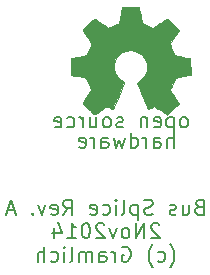
<source format=gbo>
%FSLAX36Y36*%
G04 Gerber Fmt 3.6, Leading zero omitted, Abs format (unit inch)*
G04 Created by KiCad (PCBNEW (2014-jul-16 BZR unknown)-product) date Sun 02 Nov 2014 10:36:42 PM PST*
%MOIN*%
G01*
G04 APERTURE LIST*
%ADD10C,0.003937*%
%ADD11C,0.008000*%
%ADD12C,0.000100*%
G04 APERTURE END LIST*
D10*
D11*
X5178024Y-4937429D02*
X5170881Y-4939810D01*
X5168500Y-4942190D01*
X5166119Y-4946952D01*
X5166119Y-4954095D01*
X5168500Y-4958857D01*
X5170881Y-4961238D01*
X5175643Y-4963619D01*
X5194690Y-4963619D01*
X5194690Y-4913619D01*
X5178024Y-4913619D01*
X5173262Y-4916000D01*
X5170881Y-4918381D01*
X5168500Y-4923143D01*
X5168500Y-4927905D01*
X5170881Y-4932667D01*
X5173262Y-4935048D01*
X5178024Y-4937429D01*
X5194690Y-4937429D01*
X5123262Y-4930286D02*
X5123262Y-4963619D01*
X5144690Y-4930286D02*
X5144690Y-4956476D01*
X5142309Y-4961238D01*
X5137548Y-4963619D01*
X5130405Y-4963619D01*
X5125643Y-4961238D01*
X5123262Y-4958857D01*
X5101833Y-4961238D02*
X5097071Y-4963619D01*
X5087548Y-4963619D01*
X5082786Y-4961238D01*
X5080405Y-4956476D01*
X5080405Y-4954095D01*
X5082786Y-4949333D01*
X5087548Y-4946952D01*
X5094690Y-4946952D01*
X5099452Y-4944571D01*
X5101833Y-4939810D01*
X5101833Y-4937429D01*
X5099452Y-4932667D01*
X5094690Y-4930286D01*
X5087548Y-4930286D01*
X5082786Y-4932667D01*
X5023262Y-4961238D02*
X5016119Y-4963619D01*
X5004214Y-4963619D01*
X4999452Y-4961238D01*
X4997071Y-4958857D01*
X4994690Y-4954095D01*
X4994690Y-4949333D01*
X4997071Y-4944571D01*
X4999452Y-4942190D01*
X5004214Y-4939810D01*
X5013738Y-4937429D01*
X5018500Y-4935048D01*
X5020881Y-4932667D01*
X5023262Y-4927905D01*
X5023262Y-4923143D01*
X5020881Y-4918381D01*
X5018500Y-4916000D01*
X5013738Y-4913619D01*
X5001833Y-4913619D01*
X4994690Y-4916000D01*
X4973262Y-4930286D02*
X4973262Y-4980286D01*
X4973262Y-4932667D02*
X4968500Y-4930286D01*
X4958976Y-4930286D01*
X4954214Y-4932667D01*
X4951833Y-4935048D01*
X4949452Y-4939810D01*
X4949452Y-4954095D01*
X4951833Y-4958857D01*
X4954214Y-4961238D01*
X4958976Y-4963619D01*
X4968500Y-4963619D01*
X4973262Y-4961238D01*
X4920881Y-4963619D02*
X4925643Y-4961238D01*
X4928024Y-4956476D01*
X4928024Y-4913619D01*
X4901833Y-4963619D02*
X4901833Y-4930286D01*
X4901833Y-4913619D02*
X4904214Y-4916000D01*
X4901833Y-4918381D01*
X4899452Y-4916000D01*
X4901833Y-4913619D01*
X4901833Y-4918381D01*
X4856595Y-4961238D02*
X4861357Y-4963619D01*
X4870881Y-4963619D01*
X4875643Y-4961238D01*
X4878024Y-4958857D01*
X4880405Y-4954095D01*
X4880405Y-4939810D01*
X4878024Y-4935048D01*
X4875643Y-4932667D01*
X4870881Y-4930286D01*
X4861357Y-4930286D01*
X4856595Y-4932667D01*
X4816119Y-4961238D02*
X4820881Y-4963619D01*
X4830405Y-4963619D01*
X4835167Y-4961238D01*
X4837548Y-4956476D01*
X4837548Y-4937429D01*
X4835167Y-4932667D01*
X4830405Y-4930286D01*
X4820881Y-4930286D01*
X4816119Y-4932667D01*
X4813738Y-4937429D01*
X4813738Y-4942190D01*
X4837548Y-4946952D01*
X4725643Y-4963619D02*
X4742309Y-4939810D01*
X4754214Y-4963619D02*
X4754214Y-4913619D01*
X4735167Y-4913619D01*
X4730405Y-4916000D01*
X4728024Y-4918381D01*
X4725643Y-4923143D01*
X4725643Y-4930286D01*
X4728024Y-4935048D01*
X4730405Y-4937429D01*
X4735167Y-4939810D01*
X4754214Y-4939810D01*
X4685167Y-4961238D02*
X4689929Y-4963619D01*
X4699452Y-4963619D01*
X4704214Y-4961238D01*
X4706595Y-4956476D01*
X4706595Y-4937429D01*
X4704214Y-4932667D01*
X4699452Y-4930286D01*
X4689929Y-4930286D01*
X4685167Y-4932667D01*
X4682786Y-4937429D01*
X4682786Y-4942190D01*
X4706595Y-4946952D01*
X4666119Y-4930286D02*
X4654214Y-4963619D01*
X4642310Y-4930286D01*
X4623262Y-4958857D02*
X4620881Y-4961238D01*
X4623262Y-4963619D01*
X4625643Y-4961238D01*
X4623262Y-4958857D01*
X4623262Y-4963619D01*
X4563738Y-4949333D02*
X4539929Y-4949333D01*
X4568500Y-4963619D02*
X4551833Y-4913619D01*
X4535167Y-4963619D01*
X5045881Y-4996381D02*
X5043500Y-4994000D01*
X5038738Y-4991619D01*
X5026833Y-4991619D01*
X5022071Y-4994000D01*
X5019690Y-4996381D01*
X5017310Y-5001143D01*
X5017310Y-5005905D01*
X5019690Y-5013048D01*
X5048262Y-5041619D01*
X5017310Y-5041619D01*
X4995881Y-5041619D02*
X4995881Y-4991619D01*
X4967310Y-5041619D01*
X4967310Y-4991619D01*
X4936357Y-5041619D02*
X4941119Y-5039238D01*
X4943500Y-5036857D01*
X4945881Y-5032095D01*
X4945881Y-5017810D01*
X4943500Y-5013048D01*
X4941119Y-5010667D01*
X4936357Y-5008286D01*
X4929214Y-5008286D01*
X4924452Y-5010667D01*
X4922071Y-5013048D01*
X4919690Y-5017810D01*
X4919690Y-5032095D01*
X4922071Y-5036857D01*
X4924452Y-5039238D01*
X4929214Y-5041619D01*
X4936357Y-5041619D01*
X4903024Y-5008286D02*
X4891119Y-5041619D01*
X4879214Y-5008286D01*
X4862548Y-4996381D02*
X4860167Y-4994000D01*
X4855405Y-4991619D01*
X4843500Y-4991619D01*
X4838738Y-4994000D01*
X4836357Y-4996381D01*
X4833976Y-5001143D01*
X4833976Y-5005905D01*
X4836357Y-5013048D01*
X4864929Y-5041619D01*
X4833976Y-5041619D01*
X4803024Y-4991619D02*
X4798262Y-4991619D01*
X4793500Y-4994000D01*
X4791119Y-4996381D01*
X4788738Y-5001143D01*
X4786357Y-5010667D01*
X4786357Y-5022571D01*
X4788738Y-5032095D01*
X4791119Y-5036857D01*
X4793500Y-5039238D01*
X4798262Y-5041619D01*
X4803024Y-5041619D01*
X4807786Y-5039238D01*
X4810167Y-5036857D01*
X4812548Y-5032095D01*
X4814929Y-5022571D01*
X4814929Y-5010667D01*
X4812548Y-5001143D01*
X4810167Y-4996381D01*
X4807786Y-4994000D01*
X4803024Y-4991619D01*
X4738738Y-5041619D02*
X4767309Y-5041619D01*
X4753024Y-5041619D02*
X4753024Y-4991619D01*
X4757786Y-4998762D01*
X4762548Y-5003524D01*
X4767309Y-5005905D01*
X4695881Y-5008286D02*
X4695881Y-5041619D01*
X4707786Y-4989238D02*
X4719690Y-5024952D01*
X4688738Y-5024952D01*
X5081595Y-5138667D02*
X5083976Y-5136286D01*
X5088738Y-5129143D01*
X5091119Y-5124381D01*
X5093500Y-5117238D01*
X5095881Y-5105333D01*
X5095881Y-5095810D01*
X5093500Y-5083905D01*
X5091119Y-5076762D01*
X5088738Y-5072000D01*
X5083976Y-5064857D01*
X5081595Y-5062476D01*
X5041119Y-5117238D02*
X5045881Y-5119619D01*
X5055405Y-5119619D01*
X5060167Y-5117238D01*
X5062548Y-5114857D01*
X5064929Y-5110095D01*
X5064929Y-5095810D01*
X5062548Y-5091048D01*
X5060167Y-5088667D01*
X5055405Y-5086286D01*
X5045881Y-5086286D01*
X5041119Y-5088667D01*
X5024452Y-5138667D02*
X5022071Y-5136286D01*
X5017310Y-5129143D01*
X5014929Y-5124381D01*
X5012548Y-5117238D01*
X5010167Y-5105333D01*
X5010167Y-5095810D01*
X5012548Y-5083905D01*
X5014929Y-5076762D01*
X5017310Y-5072000D01*
X5022071Y-5064857D01*
X5024452Y-5062476D01*
X4922071Y-5072000D02*
X4926833Y-5069619D01*
X4933976Y-5069619D01*
X4941119Y-5072000D01*
X4945881Y-5076762D01*
X4948262Y-5081524D01*
X4950643Y-5091048D01*
X4950643Y-5098190D01*
X4948262Y-5107714D01*
X4945881Y-5112476D01*
X4941119Y-5117238D01*
X4933976Y-5119619D01*
X4929214Y-5119619D01*
X4922071Y-5117238D01*
X4919690Y-5114857D01*
X4919690Y-5098190D01*
X4929214Y-5098190D01*
X4898262Y-5119619D02*
X4898262Y-5086286D01*
X4898262Y-5095810D02*
X4895881Y-5091048D01*
X4893500Y-5088667D01*
X4888738Y-5086286D01*
X4883976Y-5086286D01*
X4845881Y-5119619D02*
X4845881Y-5093429D01*
X4848262Y-5088667D01*
X4853024Y-5086286D01*
X4862548Y-5086286D01*
X4867310Y-5088667D01*
X4845881Y-5117238D02*
X4850643Y-5119619D01*
X4862548Y-5119619D01*
X4867310Y-5117238D01*
X4869690Y-5112476D01*
X4869690Y-5107714D01*
X4867310Y-5102952D01*
X4862548Y-5100571D01*
X4850643Y-5100571D01*
X4845881Y-5098190D01*
X4822071Y-5119619D02*
X4822071Y-5086286D01*
X4822071Y-5091048D02*
X4819690Y-5088667D01*
X4814929Y-5086286D01*
X4807786Y-5086286D01*
X4803024Y-5088667D01*
X4800643Y-5093429D01*
X4800643Y-5119619D01*
X4800643Y-5093429D02*
X4798262Y-5088667D01*
X4793500Y-5086286D01*
X4786357Y-5086286D01*
X4781595Y-5088667D01*
X4779214Y-5093429D01*
X4779214Y-5119619D01*
X4748262Y-5119619D02*
X4753024Y-5117238D01*
X4755405Y-5112476D01*
X4755405Y-5069619D01*
X4729214Y-5119619D02*
X4729214Y-5086286D01*
X4729214Y-5069619D02*
X4731595Y-5072000D01*
X4729214Y-5074381D01*
X4726833Y-5072000D01*
X4729214Y-5069619D01*
X4729214Y-5074381D01*
X4683976Y-5117238D02*
X4688738Y-5119619D01*
X4698262Y-5119619D01*
X4703024Y-5117238D01*
X4705405Y-5114857D01*
X4707786Y-5110095D01*
X4707786Y-5095810D01*
X4705405Y-5091048D01*
X4703024Y-5088667D01*
X4698262Y-5086286D01*
X4688738Y-5086286D01*
X4683976Y-5088667D01*
X4662548Y-5119619D02*
X4662548Y-5069619D01*
X4641119Y-5119619D02*
X4641119Y-5093429D01*
X4643500Y-5088667D01*
X4648262Y-5086286D01*
X4655405Y-5086286D01*
X4660167Y-5088667D01*
X4662548Y-5091048D01*
X5092895Y-4739619D02*
X5092895Y-4689619D01*
X5071467Y-4739619D02*
X5071467Y-4713429D01*
X5073848Y-4708667D01*
X5078610Y-4706286D01*
X5085752Y-4706286D01*
X5090514Y-4708667D01*
X5092895Y-4711048D01*
X5026229Y-4739619D02*
X5026229Y-4713429D01*
X5028610Y-4708667D01*
X5033371Y-4706286D01*
X5042895Y-4706286D01*
X5047657Y-4708667D01*
X5026229Y-4737238D02*
X5030990Y-4739619D01*
X5042895Y-4739619D01*
X5047657Y-4737238D01*
X5050038Y-4732476D01*
X5050038Y-4727714D01*
X5047657Y-4722952D01*
X5042895Y-4720571D01*
X5030990Y-4720571D01*
X5026229Y-4718190D01*
X5002419Y-4739619D02*
X5002419Y-4706286D01*
X5002419Y-4715810D02*
X5000038Y-4711048D01*
X4997657Y-4708667D01*
X4992895Y-4706286D01*
X4988133Y-4706286D01*
X4950038Y-4739619D02*
X4950038Y-4689619D01*
X4950038Y-4737238D02*
X4954800Y-4739619D01*
X4964324Y-4739619D01*
X4969086Y-4737238D01*
X4971467Y-4734857D01*
X4973848Y-4730095D01*
X4973848Y-4715810D01*
X4971467Y-4711048D01*
X4969086Y-4708667D01*
X4964324Y-4706286D01*
X4954800Y-4706286D01*
X4950038Y-4708667D01*
X4930990Y-4706286D02*
X4921467Y-4739619D01*
X4911943Y-4715810D01*
X4902419Y-4739619D01*
X4892895Y-4706286D01*
X4852419Y-4739619D02*
X4852419Y-4713429D01*
X4854800Y-4708667D01*
X4859562Y-4706286D01*
X4869086Y-4706286D01*
X4873848Y-4708667D01*
X4852419Y-4737238D02*
X4857181Y-4739619D01*
X4869086Y-4739619D01*
X4873848Y-4737238D01*
X4876229Y-4732476D01*
X4876229Y-4727714D01*
X4873848Y-4722952D01*
X4869086Y-4720571D01*
X4857181Y-4720571D01*
X4852419Y-4718190D01*
X4828609Y-4739619D02*
X4828609Y-4706286D01*
X4828609Y-4715810D02*
X4826229Y-4711048D01*
X4823848Y-4708667D01*
X4819086Y-4706286D01*
X4814324Y-4706286D01*
X4778610Y-4737238D02*
X4783371Y-4739619D01*
X4792895Y-4739619D01*
X4797657Y-4737238D01*
X4800038Y-4732476D01*
X4800038Y-4713429D01*
X4797657Y-4708667D01*
X4792895Y-4706286D01*
X4783371Y-4706286D01*
X4778610Y-4708667D01*
X4776229Y-4713429D01*
X4776229Y-4718190D01*
X4800038Y-4722952D01*
X5130952Y-4672619D02*
X5135714Y-4670238D01*
X5138095Y-4667857D01*
X5140476Y-4663095D01*
X5140476Y-4648810D01*
X5138095Y-4644048D01*
X5135714Y-4641667D01*
X5130952Y-4639286D01*
X5123810Y-4639286D01*
X5119048Y-4641667D01*
X5116667Y-4644048D01*
X5114286Y-4648810D01*
X5114286Y-4663095D01*
X5116667Y-4667857D01*
X5119048Y-4670238D01*
X5123810Y-4672619D01*
X5130952Y-4672619D01*
X5092857Y-4639286D02*
X5092857Y-4689286D01*
X5092857Y-4641667D02*
X5088095Y-4639286D01*
X5078571Y-4639286D01*
X5073810Y-4641667D01*
X5071429Y-4644048D01*
X5069048Y-4648810D01*
X5069048Y-4663095D01*
X5071429Y-4667857D01*
X5073810Y-4670238D01*
X5078571Y-4672619D01*
X5088095Y-4672619D01*
X5092857Y-4670238D01*
X5028571Y-4670238D02*
X5033333Y-4672619D01*
X5042857Y-4672619D01*
X5047619Y-4670238D01*
X5050000Y-4665476D01*
X5050000Y-4646429D01*
X5047619Y-4641667D01*
X5042857Y-4639286D01*
X5033333Y-4639286D01*
X5028571Y-4641667D01*
X5026190Y-4646429D01*
X5026190Y-4651190D01*
X5050000Y-4655952D01*
X5004762Y-4639286D02*
X5004762Y-4672619D01*
X5004762Y-4644048D02*
X5002381Y-4641667D01*
X4997619Y-4639286D01*
X4990476Y-4639286D01*
X4985714Y-4641667D01*
X4983333Y-4646429D01*
X4983333Y-4672619D01*
X4923809Y-4670238D02*
X4919048Y-4672619D01*
X4909524Y-4672619D01*
X4904762Y-4670238D01*
X4902381Y-4665476D01*
X4902381Y-4663095D01*
X4904762Y-4658333D01*
X4909524Y-4655952D01*
X4916667Y-4655952D01*
X4921429Y-4653571D01*
X4923809Y-4648810D01*
X4923809Y-4646429D01*
X4921429Y-4641667D01*
X4916667Y-4639286D01*
X4909524Y-4639286D01*
X4904762Y-4641667D01*
X4873809Y-4672619D02*
X4878571Y-4670238D01*
X4880952Y-4667857D01*
X4883333Y-4663095D01*
X4883333Y-4648810D01*
X4880952Y-4644048D01*
X4878571Y-4641667D01*
X4873809Y-4639286D01*
X4866667Y-4639286D01*
X4861905Y-4641667D01*
X4859524Y-4644048D01*
X4857143Y-4648810D01*
X4857143Y-4663095D01*
X4859524Y-4667857D01*
X4861905Y-4670238D01*
X4866667Y-4672619D01*
X4873809Y-4672619D01*
X4814286Y-4639286D02*
X4814286Y-4672619D01*
X4835714Y-4639286D02*
X4835714Y-4665476D01*
X4833333Y-4670238D01*
X4828571Y-4672619D01*
X4821429Y-4672619D01*
X4816667Y-4670238D01*
X4814286Y-4667857D01*
X4790476Y-4672619D02*
X4790476Y-4639286D01*
X4790476Y-4648810D02*
X4788095Y-4644048D01*
X4785714Y-4641667D01*
X4780952Y-4639286D01*
X4776190Y-4639286D01*
X4738095Y-4670238D02*
X4742857Y-4672619D01*
X4752381Y-4672619D01*
X4757143Y-4670238D01*
X4759524Y-4667857D01*
X4761905Y-4663095D01*
X4761905Y-4648810D01*
X4759524Y-4644048D01*
X4757143Y-4641667D01*
X4752381Y-4639286D01*
X4742857Y-4639286D01*
X4738095Y-4641667D01*
X4697619Y-4670238D02*
X4702381Y-4672619D01*
X4711905Y-4672619D01*
X4716667Y-4670238D01*
X4719048Y-4665476D01*
X4719048Y-4646429D01*
X4716667Y-4641667D01*
X4711905Y-4639286D01*
X4702381Y-4639286D01*
X4697619Y-4641667D01*
X4695238Y-4646429D01*
X4695238Y-4651190D01*
X4719048Y-4655952D01*
D12*
G36*
X5071200Y-4629600D02*
X5069100Y-4628600D01*
X5064400Y-4625600D01*
X5057800Y-4621200D01*
X5049900Y-4615900D01*
X5042000Y-4610600D01*
X5035400Y-4606200D01*
X5030900Y-4603300D01*
X5029000Y-4602200D01*
X5028000Y-4602600D01*
X5024200Y-4604400D01*
X5018700Y-4607300D01*
X5015600Y-4608900D01*
X5010500Y-4611100D01*
X5008100Y-4611500D01*
X5007600Y-4610800D01*
X5005800Y-4607000D01*
X5002900Y-4600400D01*
X4999100Y-4591800D01*
X4994800Y-4581600D01*
X4990200Y-4570700D01*
X4985500Y-4559500D01*
X4981100Y-4548800D01*
X4977200Y-4539300D01*
X4974100Y-4531500D01*
X4972000Y-4526100D01*
X4971200Y-4523700D01*
X4971500Y-4523300D01*
X4974000Y-4520800D01*
X4978400Y-4517500D01*
X4987800Y-4509900D01*
X4997200Y-4498200D01*
X5002900Y-4484900D01*
X5004700Y-4470200D01*
X5003100Y-4456600D01*
X4997800Y-4443500D01*
X4988600Y-4431700D01*
X4977500Y-4422900D01*
X4964600Y-4417400D01*
X4950000Y-4415600D01*
X4936100Y-4417200D01*
X4922700Y-4422400D01*
X4910900Y-4431400D01*
X4905900Y-4437200D01*
X4899000Y-4449100D01*
X4895100Y-4461900D01*
X4894700Y-4465200D01*
X4895300Y-4479200D01*
X4899400Y-4492700D01*
X4906900Y-4504700D01*
X4917200Y-4514600D01*
X4918400Y-4515500D01*
X4923200Y-4519100D01*
X4926400Y-4521500D01*
X4928900Y-4523600D01*
X4911000Y-4566600D01*
X4908200Y-4573500D01*
X4903300Y-4585200D01*
X4898900Y-4595400D01*
X4895500Y-4603500D01*
X4893100Y-4608800D01*
X4892100Y-4611000D01*
X4891900Y-4611100D01*
X4890400Y-4611400D01*
X4887100Y-4610200D01*
X4881100Y-4607300D01*
X4877100Y-4605300D01*
X4872500Y-4603100D01*
X4870500Y-4602200D01*
X4868800Y-4603200D01*
X4864300Y-4606000D01*
X4857900Y-4610300D01*
X4850200Y-4615500D01*
X4842900Y-4620500D01*
X4836200Y-4625000D01*
X4831200Y-4628100D01*
X4828900Y-4629400D01*
X4828500Y-4629400D01*
X4826400Y-4628200D01*
X4822500Y-4625000D01*
X4816600Y-4619400D01*
X4808300Y-4611300D01*
X4807100Y-4610000D01*
X4800300Y-4603100D01*
X4794700Y-4597200D01*
X4791000Y-4593100D01*
X4789700Y-4591200D01*
X4789700Y-4591200D01*
X4790900Y-4588900D01*
X4794000Y-4584000D01*
X4798500Y-4577100D01*
X4803900Y-4569100D01*
X4818200Y-4548400D01*
X4810300Y-4528900D01*
X4807900Y-4522900D01*
X4804900Y-4515600D01*
X4802600Y-4510400D01*
X4801400Y-4508200D01*
X4799300Y-4507400D01*
X4794000Y-4506100D01*
X4786200Y-4504500D01*
X4777000Y-4502800D01*
X4768200Y-4501200D01*
X4760200Y-4499700D01*
X4754400Y-4498600D01*
X4751800Y-4498000D01*
X4751200Y-4497700D01*
X4750700Y-4496400D01*
X4750400Y-4493700D01*
X4750200Y-4488900D01*
X4750100Y-4481300D01*
X4750100Y-4470200D01*
X4750100Y-4469000D01*
X4750200Y-4458500D01*
X4750300Y-4450100D01*
X4750600Y-4444700D01*
X4751000Y-4442500D01*
X4751000Y-4442500D01*
X4753500Y-4441900D01*
X4759100Y-4440700D01*
X4767100Y-4439100D01*
X4776600Y-4437300D01*
X4777200Y-4437200D01*
X4786600Y-4435400D01*
X4794600Y-4433700D01*
X4800100Y-4432400D01*
X4802500Y-4431700D01*
X4802900Y-4431000D01*
X4804900Y-4427400D01*
X4807600Y-4421500D01*
X4810700Y-4414300D01*
X4813800Y-4406900D01*
X4816500Y-4400200D01*
X4818300Y-4395200D01*
X4818800Y-4393000D01*
X4818800Y-4392900D01*
X4817300Y-4390600D01*
X4814100Y-4385800D01*
X4809500Y-4378900D01*
X4804000Y-4370900D01*
X4803500Y-4370300D01*
X4798100Y-4362300D01*
X4793700Y-4355500D01*
X4790800Y-4350700D01*
X4789700Y-4348500D01*
X4789700Y-4348400D01*
X4791500Y-4346000D01*
X4795600Y-4341500D01*
X4801400Y-4335400D01*
X4808400Y-4328300D01*
X4810600Y-4326100D01*
X4818400Y-4318500D01*
X4823800Y-4313600D01*
X4827200Y-4310900D01*
X4828800Y-4310300D01*
X4828800Y-4310400D01*
X4831200Y-4311800D01*
X4836300Y-4315100D01*
X4843100Y-4319800D01*
X4851200Y-4325300D01*
X4851800Y-4325700D01*
X4859800Y-4331100D01*
X4866500Y-4335600D01*
X4871200Y-4338700D01*
X4873300Y-4340000D01*
X4873600Y-4340000D01*
X4876900Y-4339000D01*
X4882600Y-4337000D01*
X4889600Y-4334300D01*
X4897000Y-4331400D01*
X4903700Y-4328500D01*
X4908700Y-4326200D01*
X4911100Y-4324900D01*
X4911200Y-4324700D01*
X4912000Y-4321900D01*
X4913400Y-4315900D01*
X4915100Y-4307700D01*
X4916900Y-4297900D01*
X4917200Y-4296300D01*
X4919000Y-4286800D01*
X4920600Y-4278900D01*
X4921700Y-4273500D01*
X4922200Y-4271200D01*
X4923600Y-4270900D01*
X4928300Y-4270600D01*
X4935400Y-4270400D01*
X4944000Y-4270300D01*
X4953000Y-4270400D01*
X4961900Y-4270500D01*
X4969400Y-4270800D01*
X4974800Y-4271200D01*
X4977100Y-4271600D01*
X4977100Y-4271800D01*
X4978000Y-4274700D01*
X4979300Y-4280700D01*
X4981000Y-4289000D01*
X4982800Y-4298800D01*
X4983200Y-4300500D01*
X4985000Y-4310000D01*
X4986600Y-4317800D01*
X4987700Y-4323200D01*
X4988300Y-4325300D01*
X4989200Y-4325800D01*
X4993100Y-4327500D01*
X4999500Y-4330100D01*
X5007400Y-4333300D01*
X5025700Y-4340700D01*
X5048100Y-4325300D01*
X5050200Y-4323900D01*
X5058300Y-4318400D01*
X5064900Y-4314000D01*
X5069500Y-4311000D01*
X5071400Y-4309900D01*
X5071600Y-4310000D01*
X5073800Y-4312000D01*
X5078300Y-4316200D01*
X5084300Y-4322100D01*
X5091400Y-4329100D01*
X5096600Y-4334300D01*
X5102800Y-4340600D01*
X5106700Y-4344900D01*
X5108900Y-4347600D01*
X5109600Y-4349200D01*
X5109500Y-4350300D01*
X5108000Y-4352600D01*
X5104700Y-4357600D01*
X5100100Y-4364400D01*
X5094600Y-4372300D01*
X5090100Y-4378900D01*
X5085200Y-4386500D01*
X5082100Y-4391900D01*
X5081000Y-4394500D01*
X5081300Y-4395600D01*
X5082800Y-4400000D01*
X5085500Y-4406600D01*
X5088900Y-4414500D01*
X5096700Y-4432300D01*
X5108300Y-4434500D01*
X5115400Y-4435900D01*
X5125200Y-4437800D01*
X5134700Y-4439600D01*
X5149400Y-4442500D01*
X5150000Y-4496700D01*
X5147700Y-4497600D01*
X5145500Y-4498200D01*
X5140000Y-4499400D01*
X5132200Y-4501000D01*
X5123000Y-4502700D01*
X5115200Y-4504200D01*
X5107300Y-4505700D01*
X5101600Y-4506800D01*
X5099100Y-4507300D01*
X5098500Y-4508200D01*
X5096500Y-4512000D01*
X5093700Y-4518100D01*
X5090500Y-4525400D01*
X5087400Y-4533000D01*
X5084600Y-4540000D01*
X5082700Y-4545300D01*
X5081900Y-4548100D01*
X5083000Y-4550200D01*
X5086000Y-4554800D01*
X5090400Y-4561400D01*
X5095700Y-4569300D01*
X5101100Y-4577100D01*
X5105600Y-4583800D01*
X5108800Y-4588700D01*
X5110100Y-4590900D01*
X5109500Y-4592400D01*
X5106300Y-4596200D01*
X5100400Y-4602300D01*
X5091600Y-4611000D01*
X5090100Y-4612400D01*
X5083100Y-4619200D01*
X5077200Y-4624600D01*
X5073100Y-4628300D01*
X5071200Y-4629600D01*
X5071200Y-4629600D01*
G37*
X5071200Y-4629600D02*
X5069100Y-4628600D01*
X5064400Y-4625600D01*
X5057800Y-4621200D01*
X5049900Y-4615900D01*
X5042000Y-4610600D01*
X5035400Y-4606200D01*
X5030900Y-4603300D01*
X5029000Y-4602200D01*
X5028000Y-4602600D01*
X5024200Y-4604400D01*
X5018700Y-4607300D01*
X5015600Y-4608900D01*
X5010500Y-4611100D01*
X5008100Y-4611500D01*
X5007600Y-4610800D01*
X5005800Y-4607000D01*
X5002900Y-4600400D01*
X4999100Y-4591800D01*
X4994800Y-4581600D01*
X4990200Y-4570700D01*
X4985500Y-4559500D01*
X4981100Y-4548800D01*
X4977200Y-4539300D01*
X4974100Y-4531500D01*
X4972000Y-4526100D01*
X4971200Y-4523700D01*
X4971500Y-4523300D01*
X4974000Y-4520800D01*
X4978400Y-4517500D01*
X4987800Y-4509900D01*
X4997200Y-4498200D01*
X5002900Y-4484900D01*
X5004700Y-4470200D01*
X5003100Y-4456600D01*
X4997800Y-4443500D01*
X4988600Y-4431700D01*
X4977500Y-4422900D01*
X4964600Y-4417400D01*
X4950000Y-4415600D01*
X4936100Y-4417200D01*
X4922700Y-4422400D01*
X4910900Y-4431400D01*
X4905900Y-4437200D01*
X4899000Y-4449100D01*
X4895100Y-4461900D01*
X4894700Y-4465200D01*
X4895300Y-4479200D01*
X4899400Y-4492700D01*
X4906900Y-4504700D01*
X4917200Y-4514600D01*
X4918400Y-4515500D01*
X4923200Y-4519100D01*
X4926400Y-4521500D01*
X4928900Y-4523600D01*
X4911000Y-4566600D01*
X4908200Y-4573500D01*
X4903300Y-4585200D01*
X4898900Y-4595400D01*
X4895500Y-4603500D01*
X4893100Y-4608800D01*
X4892100Y-4611000D01*
X4891900Y-4611100D01*
X4890400Y-4611400D01*
X4887100Y-4610200D01*
X4881100Y-4607300D01*
X4877100Y-4605300D01*
X4872500Y-4603100D01*
X4870500Y-4602200D01*
X4868800Y-4603200D01*
X4864300Y-4606000D01*
X4857900Y-4610300D01*
X4850200Y-4615500D01*
X4842900Y-4620500D01*
X4836200Y-4625000D01*
X4831200Y-4628100D01*
X4828900Y-4629400D01*
X4828500Y-4629400D01*
X4826400Y-4628200D01*
X4822500Y-4625000D01*
X4816600Y-4619400D01*
X4808300Y-4611300D01*
X4807100Y-4610000D01*
X4800300Y-4603100D01*
X4794700Y-4597200D01*
X4791000Y-4593100D01*
X4789700Y-4591200D01*
X4789700Y-4591200D01*
X4790900Y-4588900D01*
X4794000Y-4584000D01*
X4798500Y-4577100D01*
X4803900Y-4569100D01*
X4818200Y-4548400D01*
X4810300Y-4528900D01*
X4807900Y-4522900D01*
X4804900Y-4515600D01*
X4802600Y-4510400D01*
X4801400Y-4508200D01*
X4799300Y-4507400D01*
X4794000Y-4506100D01*
X4786200Y-4504500D01*
X4777000Y-4502800D01*
X4768200Y-4501200D01*
X4760200Y-4499700D01*
X4754400Y-4498600D01*
X4751800Y-4498000D01*
X4751200Y-4497700D01*
X4750700Y-4496400D01*
X4750400Y-4493700D01*
X4750200Y-4488900D01*
X4750100Y-4481300D01*
X4750100Y-4470200D01*
X4750100Y-4469000D01*
X4750200Y-4458500D01*
X4750300Y-4450100D01*
X4750600Y-4444700D01*
X4751000Y-4442500D01*
X4751000Y-4442500D01*
X4753500Y-4441900D01*
X4759100Y-4440700D01*
X4767100Y-4439100D01*
X4776600Y-4437300D01*
X4777200Y-4437200D01*
X4786600Y-4435400D01*
X4794600Y-4433700D01*
X4800100Y-4432400D01*
X4802500Y-4431700D01*
X4802900Y-4431000D01*
X4804900Y-4427400D01*
X4807600Y-4421500D01*
X4810700Y-4414300D01*
X4813800Y-4406900D01*
X4816500Y-4400200D01*
X4818300Y-4395200D01*
X4818800Y-4393000D01*
X4818800Y-4392900D01*
X4817300Y-4390600D01*
X4814100Y-4385800D01*
X4809500Y-4378900D01*
X4804000Y-4370900D01*
X4803500Y-4370300D01*
X4798100Y-4362300D01*
X4793700Y-4355500D01*
X4790800Y-4350700D01*
X4789700Y-4348500D01*
X4789700Y-4348400D01*
X4791500Y-4346000D01*
X4795600Y-4341500D01*
X4801400Y-4335400D01*
X4808400Y-4328300D01*
X4810600Y-4326100D01*
X4818400Y-4318500D01*
X4823800Y-4313600D01*
X4827200Y-4310900D01*
X4828800Y-4310300D01*
X4828800Y-4310400D01*
X4831200Y-4311800D01*
X4836300Y-4315100D01*
X4843100Y-4319800D01*
X4851200Y-4325300D01*
X4851800Y-4325700D01*
X4859800Y-4331100D01*
X4866500Y-4335600D01*
X4871200Y-4338700D01*
X4873300Y-4340000D01*
X4873600Y-4340000D01*
X4876900Y-4339000D01*
X4882600Y-4337000D01*
X4889600Y-4334300D01*
X4897000Y-4331400D01*
X4903700Y-4328500D01*
X4908700Y-4326200D01*
X4911100Y-4324900D01*
X4911200Y-4324700D01*
X4912000Y-4321900D01*
X4913400Y-4315900D01*
X4915100Y-4307700D01*
X4916900Y-4297900D01*
X4917200Y-4296300D01*
X4919000Y-4286800D01*
X4920600Y-4278900D01*
X4921700Y-4273500D01*
X4922200Y-4271200D01*
X4923600Y-4270900D01*
X4928300Y-4270600D01*
X4935400Y-4270400D01*
X4944000Y-4270300D01*
X4953000Y-4270400D01*
X4961900Y-4270500D01*
X4969400Y-4270800D01*
X4974800Y-4271200D01*
X4977100Y-4271600D01*
X4977100Y-4271800D01*
X4978000Y-4274700D01*
X4979300Y-4280700D01*
X4981000Y-4289000D01*
X4982800Y-4298800D01*
X4983200Y-4300500D01*
X4985000Y-4310000D01*
X4986600Y-4317800D01*
X4987700Y-4323200D01*
X4988300Y-4325300D01*
X4989200Y-4325800D01*
X4993100Y-4327500D01*
X4999500Y-4330100D01*
X5007400Y-4333300D01*
X5025700Y-4340700D01*
X5048100Y-4325300D01*
X5050200Y-4323900D01*
X5058300Y-4318400D01*
X5064900Y-4314000D01*
X5069500Y-4311000D01*
X5071400Y-4309900D01*
X5071600Y-4310000D01*
X5073800Y-4312000D01*
X5078300Y-4316200D01*
X5084300Y-4322100D01*
X5091400Y-4329100D01*
X5096600Y-4334300D01*
X5102800Y-4340600D01*
X5106700Y-4344900D01*
X5108900Y-4347600D01*
X5109600Y-4349200D01*
X5109500Y-4350300D01*
X5108000Y-4352600D01*
X5104700Y-4357600D01*
X5100100Y-4364400D01*
X5094600Y-4372300D01*
X5090100Y-4378900D01*
X5085200Y-4386500D01*
X5082100Y-4391900D01*
X5081000Y-4394500D01*
X5081300Y-4395600D01*
X5082800Y-4400000D01*
X5085500Y-4406600D01*
X5088900Y-4414500D01*
X5096700Y-4432300D01*
X5108300Y-4434500D01*
X5115400Y-4435900D01*
X5125200Y-4437800D01*
X5134700Y-4439600D01*
X5149400Y-4442500D01*
X5150000Y-4496700D01*
X5147700Y-4497600D01*
X5145500Y-4498200D01*
X5140000Y-4499400D01*
X5132200Y-4501000D01*
X5123000Y-4502700D01*
X5115200Y-4504200D01*
X5107300Y-4505700D01*
X5101600Y-4506800D01*
X5099100Y-4507300D01*
X5098500Y-4508200D01*
X5096500Y-4512000D01*
X5093700Y-4518100D01*
X5090500Y-4525400D01*
X5087400Y-4533000D01*
X5084600Y-4540000D01*
X5082700Y-4545300D01*
X5081900Y-4548100D01*
X5083000Y-4550200D01*
X5086000Y-4554800D01*
X5090400Y-4561400D01*
X5095700Y-4569300D01*
X5101100Y-4577100D01*
X5105600Y-4583800D01*
X5108800Y-4588700D01*
X5110100Y-4590900D01*
X5109500Y-4592400D01*
X5106300Y-4596200D01*
X5100400Y-4602300D01*
X5091600Y-4611000D01*
X5090100Y-4612400D01*
X5083100Y-4619200D01*
X5077200Y-4624600D01*
X5073100Y-4628300D01*
X5071200Y-4629600D01*
M02*

</source>
